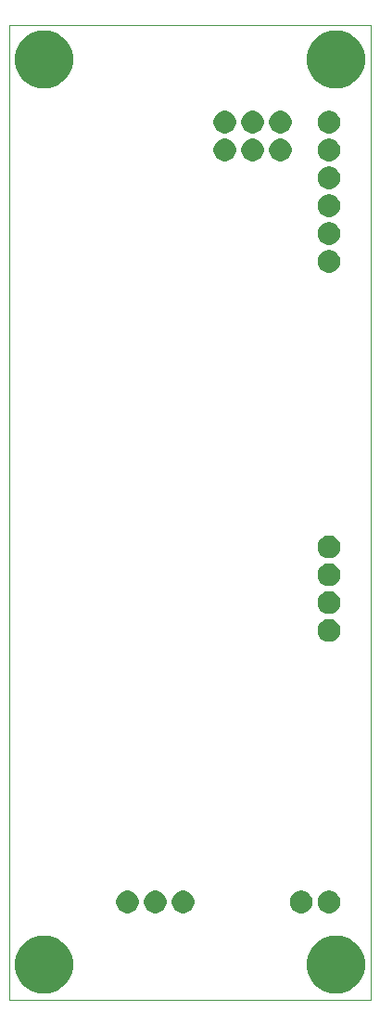
<source format=gbr>
G04 #@! TF.GenerationSoftware,KiCad,Pcbnew,(5.0.2)-1*
G04 #@! TF.CreationDate,2020-06-25T12:03:09-05:00*
G04 #@! TF.ProjectId,ProximityMother_V1,50726f78-696d-4697-9479-4d6f74686572,V1*
G04 #@! TF.SameCoordinates,Original*
G04 #@! TF.FileFunction,Soldermask,Bot*
G04 #@! TF.FilePolarity,Negative*
%FSLAX46Y46*%
G04 Gerber Fmt 4.6, Leading zero omitted, Abs format (unit mm)*
G04 Created by KiCad (PCBNEW (5.0.2)-1) date 6/25/2020 12:03:09 PM*
%MOMM*%
%LPD*%
G01*
G04 APERTURE LIST*
%ADD10C,0.025400*%
%ADD11C,0.100000*%
G04 APERTURE END LIST*
D10*
X83820000Y-160020000D02*
X83820000Y-71120000D01*
X116840000Y-160020000D02*
X83820000Y-160020000D01*
X116840000Y-71120000D02*
X116840000Y-160020000D01*
X83820000Y-71120000D02*
X116840000Y-71120000D01*
D11*
G36*
X114096791Y-154228156D02*
X114438212Y-154296069D01*
X114920623Y-154495890D01*
X115354788Y-154785990D01*
X115724010Y-155155212D01*
X116014110Y-155589377D01*
X116213931Y-156071788D01*
X116315800Y-156583920D01*
X116315800Y-157106080D01*
X116213931Y-157618212D01*
X116014110Y-158100623D01*
X115724010Y-158534788D01*
X115354788Y-158904010D01*
X114920623Y-159194110D01*
X114438212Y-159393931D01*
X114096791Y-159461844D01*
X113926081Y-159495800D01*
X113403919Y-159495800D01*
X113233209Y-159461844D01*
X112891788Y-159393931D01*
X112409377Y-159194110D01*
X111975212Y-158904010D01*
X111605990Y-158534788D01*
X111315890Y-158100623D01*
X111116069Y-157618212D01*
X111014200Y-157106080D01*
X111014200Y-156583920D01*
X111116069Y-156071788D01*
X111315890Y-155589377D01*
X111605990Y-155155212D01*
X111975212Y-154785990D01*
X112409377Y-154495890D01*
X112891788Y-154296069D01*
X113233209Y-154228156D01*
X113403919Y-154194200D01*
X113926081Y-154194200D01*
X114096791Y-154228156D01*
X114096791Y-154228156D01*
G37*
G36*
X87426791Y-154228156D02*
X87768212Y-154296069D01*
X88250623Y-154495890D01*
X88684788Y-154785990D01*
X89054010Y-155155212D01*
X89344110Y-155589377D01*
X89543931Y-156071788D01*
X89645800Y-156583920D01*
X89645800Y-157106080D01*
X89543931Y-157618212D01*
X89344110Y-158100623D01*
X89054010Y-158534788D01*
X88684788Y-158904010D01*
X88250623Y-159194110D01*
X87768212Y-159393931D01*
X87426791Y-159461844D01*
X87256081Y-159495800D01*
X86733919Y-159495800D01*
X86563209Y-159461844D01*
X86221788Y-159393931D01*
X85739377Y-159194110D01*
X85305212Y-158904010D01*
X84935990Y-158534788D01*
X84645890Y-158100623D01*
X84446069Y-157618212D01*
X84344200Y-157106080D01*
X84344200Y-156583920D01*
X84446069Y-156071788D01*
X84645890Y-155589377D01*
X84935990Y-155155212D01*
X85305212Y-154785990D01*
X85739377Y-154495890D01*
X86221788Y-154296069D01*
X86563209Y-154228156D01*
X86733919Y-154194200D01*
X87256081Y-154194200D01*
X87426791Y-154228156D01*
X87426791Y-154228156D01*
G37*
G36*
X97458766Y-150128620D02*
X97648286Y-150207122D01*
X97648288Y-150207123D01*
X97818854Y-150321092D01*
X97963908Y-150466146D01*
X98077877Y-150636712D01*
X98156380Y-150826235D01*
X98196400Y-151027431D01*
X98196400Y-151232569D01*
X98156380Y-151433765D01*
X98077877Y-151623288D01*
X97963908Y-151793854D01*
X97818854Y-151938908D01*
X97648288Y-152052877D01*
X97648287Y-152052878D01*
X97648286Y-152052878D01*
X97458766Y-152131380D01*
X97257569Y-152171400D01*
X97052431Y-152171400D01*
X96851234Y-152131380D01*
X96661714Y-152052878D01*
X96661713Y-152052878D01*
X96661712Y-152052877D01*
X96491146Y-151938908D01*
X96346092Y-151793854D01*
X96232123Y-151623288D01*
X96153620Y-151433765D01*
X96113600Y-151232569D01*
X96113600Y-151027431D01*
X96153620Y-150826235D01*
X96232123Y-150636712D01*
X96346092Y-150466146D01*
X96491146Y-150321092D01*
X96661712Y-150207123D01*
X96661714Y-150207122D01*
X96851234Y-150128620D01*
X97052431Y-150088600D01*
X97257569Y-150088600D01*
X97458766Y-150128620D01*
X97458766Y-150128620D01*
G37*
G36*
X99998766Y-150128620D02*
X100188286Y-150207122D01*
X100188288Y-150207123D01*
X100358854Y-150321092D01*
X100503908Y-150466146D01*
X100617877Y-150636712D01*
X100696380Y-150826235D01*
X100736400Y-151027431D01*
X100736400Y-151232569D01*
X100696380Y-151433765D01*
X100617877Y-151623288D01*
X100503908Y-151793854D01*
X100358854Y-151938908D01*
X100188288Y-152052877D01*
X100188287Y-152052878D01*
X100188286Y-152052878D01*
X99998766Y-152131380D01*
X99797569Y-152171400D01*
X99592431Y-152171400D01*
X99391234Y-152131380D01*
X99201714Y-152052878D01*
X99201713Y-152052878D01*
X99201712Y-152052877D01*
X99031146Y-151938908D01*
X98886092Y-151793854D01*
X98772123Y-151623288D01*
X98693620Y-151433765D01*
X98653600Y-151232569D01*
X98653600Y-151027431D01*
X98693620Y-150826235D01*
X98772123Y-150636712D01*
X98886092Y-150466146D01*
X99031146Y-150321092D01*
X99201712Y-150207123D01*
X99201714Y-150207122D01*
X99391234Y-150128620D01*
X99592431Y-150088600D01*
X99797569Y-150088600D01*
X99998766Y-150128620D01*
X99998766Y-150128620D01*
G37*
G36*
X110793766Y-150128620D02*
X110983286Y-150207122D01*
X110983288Y-150207123D01*
X111153854Y-150321092D01*
X111298908Y-150466146D01*
X111412877Y-150636712D01*
X111491380Y-150826235D01*
X111531400Y-151027431D01*
X111531400Y-151232569D01*
X111491380Y-151433765D01*
X111412877Y-151623288D01*
X111298908Y-151793854D01*
X111153854Y-151938908D01*
X110983288Y-152052877D01*
X110983287Y-152052878D01*
X110983286Y-152052878D01*
X110793766Y-152131380D01*
X110592569Y-152171400D01*
X110387431Y-152171400D01*
X110186234Y-152131380D01*
X109996714Y-152052878D01*
X109996713Y-152052878D01*
X109996712Y-152052877D01*
X109826146Y-151938908D01*
X109681092Y-151793854D01*
X109567123Y-151623288D01*
X109488620Y-151433765D01*
X109448600Y-151232569D01*
X109448600Y-151027431D01*
X109488620Y-150826235D01*
X109567123Y-150636712D01*
X109681092Y-150466146D01*
X109826146Y-150321092D01*
X109996712Y-150207123D01*
X109996714Y-150207122D01*
X110186234Y-150128620D01*
X110387431Y-150088600D01*
X110592569Y-150088600D01*
X110793766Y-150128620D01*
X110793766Y-150128620D01*
G37*
G36*
X113333766Y-150128620D02*
X113523286Y-150207122D01*
X113523288Y-150207123D01*
X113693854Y-150321092D01*
X113838908Y-150466146D01*
X113952877Y-150636712D01*
X114031380Y-150826235D01*
X114071400Y-151027431D01*
X114071400Y-151232569D01*
X114031380Y-151433765D01*
X113952877Y-151623288D01*
X113838908Y-151793854D01*
X113693854Y-151938908D01*
X113523288Y-152052877D01*
X113523287Y-152052878D01*
X113523286Y-152052878D01*
X113333766Y-152131380D01*
X113132569Y-152171400D01*
X112927431Y-152171400D01*
X112726234Y-152131380D01*
X112536714Y-152052878D01*
X112536713Y-152052878D01*
X112536712Y-152052877D01*
X112366146Y-151938908D01*
X112221092Y-151793854D01*
X112107123Y-151623288D01*
X112028620Y-151433765D01*
X111988600Y-151232569D01*
X111988600Y-151027431D01*
X112028620Y-150826235D01*
X112107123Y-150636712D01*
X112221092Y-150466146D01*
X112366146Y-150321092D01*
X112536712Y-150207123D01*
X112536714Y-150207122D01*
X112726234Y-150128620D01*
X112927431Y-150088600D01*
X113132569Y-150088600D01*
X113333766Y-150128620D01*
X113333766Y-150128620D01*
G37*
G36*
X94918766Y-150128620D02*
X95108286Y-150207122D01*
X95108288Y-150207123D01*
X95278854Y-150321092D01*
X95423908Y-150466146D01*
X95537877Y-150636712D01*
X95616380Y-150826235D01*
X95656400Y-151027431D01*
X95656400Y-151232569D01*
X95616380Y-151433765D01*
X95537877Y-151623288D01*
X95423908Y-151793854D01*
X95278854Y-151938908D01*
X95108288Y-152052877D01*
X95108287Y-152052878D01*
X95108286Y-152052878D01*
X94918766Y-152131380D01*
X94717569Y-152171400D01*
X94512431Y-152171400D01*
X94311234Y-152131380D01*
X94121714Y-152052878D01*
X94121713Y-152052878D01*
X94121712Y-152052877D01*
X93951146Y-151938908D01*
X93806092Y-151793854D01*
X93692123Y-151623288D01*
X93613620Y-151433765D01*
X93573600Y-151232569D01*
X93573600Y-151027431D01*
X93613620Y-150826235D01*
X93692123Y-150636712D01*
X93806092Y-150466146D01*
X93951146Y-150321092D01*
X94121712Y-150207123D01*
X94121714Y-150207122D01*
X94311234Y-150128620D01*
X94512431Y-150088600D01*
X94717569Y-150088600D01*
X94918766Y-150128620D01*
X94918766Y-150128620D01*
G37*
G36*
X113333766Y-125363620D02*
X113523286Y-125442122D01*
X113523288Y-125442123D01*
X113693854Y-125556092D01*
X113838908Y-125701146D01*
X113952877Y-125871712D01*
X114031380Y-126061235D01*
X114071400Y-126262431D01*
X114071400Y-126467569D01*
X114031380Y-126668765D01*
X113952877Y-126858288D01*
X113838908Y-127028854D01*
X113693854Y-127173908D01*
X113523288Y-127287877D01*
X113523287Y-127287878D01*
X113523286Y-127287878D01*
X113333766Y-127366380D01*
X113132569Y-127406400D01*
X112927431Y-127406400D01*
X112726234Y-127366380D01*
X112536714Y-127287878D01*
X112536713Y-127287878D01*
X112536712Y-127287877D01*
X112366146Y-127173908D01*
X112221092Y-127028854D01*
X112107123Y-126858288D01*
X112028620Y-126668765D01*
X111988600Y-126467569D01*
X111988600Y-126262431D01*
X112028620Y-126061235D01*
X112107123Y-125871712D01*
X112221092Y-125701146D01*
X112366146Y-125556092D01*
X112536712Y-125442123D01*
X112536714Y-125442122D01*
X112726234Y-125363620D01*
X112927431Y-125323600D01*
X113132569Y-125323600D01*
X113333766Y-125363620D01*
X113333766Y-125363620D01*
G37*
G36*
X113333766Y-122823620D02*
X113523286Y-122902122D01*
X113523288Y-122902123D01*
X113693854Y-123016092D01*
X113838908Y-123161146D01*
X113952877Y-123331712D01*
X114031380Y-123521235D01*
X114071400Y-123722431D01*
X114071400Y-123927569D01*
X114031380Y-124128765D01*
X113952877Y-124318288D01*
X113838908Y-124488854D01*
X113693854Y-124633908D01*
X113523288Y-124747877D01*
X113523287Y-124747878D01*
X113523286Y-124747878D01*
X113333766Y-124826380D01*
X113132569Y-124866400D01*
X112927431Y-124866400D01*
X112726234Y-124826380D01*
X112536714Y-124747878D01*
X112536713Y-124747878D01*
X112536712Y-124747877D01*
X112366146Y-124633908D01*
X112221092Y-124488854D01*
X112107123Y-124318288D01*
X112028620Y-124128765D01*
X111988600Y-123927569D01*
X111988600Y-123722431D01*
X112028620Y-123521235D01*
X112107123Y-123331712D01*
X112221092Y-123161146D01*
X112366146Y-123016092D01*
X112536712Y-122902123D01*
X112536714Y-122902122D01*
X112726234Y-122823620D01*
X112927431Y-122783600D01*
X113132569Y-122783600D01*
X113333766Y-122823620D01*
X113333766Y-122823620D01*
G37*
G36*
X113333766Y-120283620D02*
X113523286Y-120362122D01*
X113523288Y-120362123D01*
X113693854Y-120476092D01*
X113838908Y-120621146D01*
X113952877Y-120791712D01*
X114031380Y-120981235D01*
X114071400Y-121182431D01*
X114071400Y-121387569D01*
X114031380Y-121588765D01*
X113952877Y-121778288D01*
X113838908Y-121948854D01*
X113693854Y-122093908D01*
X113523288Y-122207877D01*
X113523287Y-122207878D01*
X113523286Y-122207878D01*
X113333766Y-122286380D01*
X113132569Y-122326400D01*
X112927431Y-122326400D01*
X112726234Y-122286380D01*
X112536714Y-122207878D01*
X112536713Y-122207878D01*
X112536712Y-122207877D01*
X112366146Y-122093908D01*
X112221092Y-121948854D01*
X112107123Y-121778288D01*
X112028620Y-121588765D01*
X111988600Y-121387569D01*
X111988600Y-121182431D01*
X112028620Y-120981235D01*
X112107123Y-120791712D01*
X112221092Y-120621146D01*
X112366146Y-120476092D01*
X112536712Y-120362123D01*
X112536714Y-120362122D01*
X112726234Y-120283620D01*
X112927431Y-120243600D01*
X113132569Y-120243600D01*
X113333766Y-120283620D01*
X113333766Y-120283620D01*
G37*
G36*
X113333766Y-117743620D02*
X113523286Y-117822122D01*
X113523288Y-117822123D01*
X113693854Y-117936092D01*
X113838908Y-118081146D01*
X113952877Y-118251712D01*
X114031380Y-118441235D01*
X114071400Y-118642431D01*
X114071400Y-118847569D01*
X114031380Y-119048765D01*
X113952877Y-119238288D01*
X113838908Y-119408854D01*
X113693854Y-119553908D01*
X113523288Y-119667877D01*
X113523287Y-119667878D01*
X113523286Y-119667878D01*
X113333766Y-119746380D01*
X113132569Y-119786400D01*
X112927431Y-119786400D01*
X112726234Y-119746380D01*
X112536714Y-119667878D01*
X112536713Y-119667878D01*
X112536712Y-119667877D01*
X112366146Y-119553908D01*
X112221092Y-119408854D01*
X112107123Y-119238288D01*
X112028620Y-119048765D01*
X111988600Y-118847569D01*
X111988600Y-118642431D01*
X112028620Y-118441235D01*
X112107123Y-118251712D01*
X112221092Y-118081146D01*
X112366146Y-117936092D01*
X112536712Y-117822123D01*
X112536714Y-117822122D01*
X112726234Y-117743620D01*
X112927431Y-117703600D01*
X113132569Y-117703600D01*
X113333766Y-117743620D01*
X113333766Y-117743620D01*
G37*
G36*
X113333766Y-91708620D02*
X113523286Y-91787122D01*
X113523288Y-91787123D01*
X113693854Y-91901092D01*
X113838908Y-92046146D01*
X113952877Y-92216712D01*
X114031380Y-92406235D01*
X114071400Y-92607431D01*
X114071400Y-92812569D01*
X114031380Y-93013765D01*
X113952877Y-93203288D01*
X113838908Y-93373854D01*
X113693854Y-93518908D01*
X113523288Y-93632877D01*
X113523287Y-93632878D01*
X113523286Y-93632878D01*
X113333766Y-93711380D01*
X113132569Y-93751400D01*
X112927431Y-93751400D01*
X112726234Y-93711380D01*
X112536714Y-93632878D01*
X112536713Y-93632878D01*
X112536712Y-93632877D01*
X112366146Y-93518908D01*
X112221092Y-93373854D01*
X112107123Y-93203288D01*
X112028620Y-93013765D01*
X111988600Y-92812569D01*
X111988600Y-92607431D01*
X112028620Y-92406235D01*
X112107123Y-92216712D01*
X112221092Y-92046146D01*
X112366146Y-91901092D01*
X112536712Y-91787123D01*
X112536714Y-91787122D01*
X112726234Y-91708620D01*
X112927431Y-91668600D01*
X113132569Y-91668600D01*
X113333766Y-91708620D01*
X113333766Y-91708620D01*
G37*
G36*
X113333766Y-89168620D02*
X113523286Y-89247122D01*
X113523288Y-89247123D01*
X113693854Y-89361092D01*
X113838908Y-89506146D01*
X113952877Y-89676712D01*
X114031380Y-89866235D01*
X114071400Y-90067431D01*
X114071400Y-90272569D01*
X114031380Y-90473765D01*
X113952877Y-90663288D01*
X113838908Y-90833854D01*
X113693854Y-90978908D01*
X113523288Y-91092877D01*
X113523287Y-91092878D01*
X113523286Y-91092878D01*
X113333766Y-91171380D01*
X113132569Y-91211400D01*
X112927431Y-91211400D01*
X112726234Y-91171380D01*
X112536714Y-91092878D01*
X112536713Y-91092878D01*
X112536712Y-91092877D01*
X112366146Y-90978908D01*
X112221092Y-90833854D01*
X112107123Y-90663288D01*
X112028620Y-90473765D01*
X111988600Y-90272569D01*
X111988600Y-90067431D01*
X112028620Y-89866235D01*
X112107123Y-89676712D01*
X112221092Y-89506146D01*
X112366146Y-89361092D01*
X112536712Y-89247123D01*
X112536714Y-89247122D01*
X112726234Y-89168620D01*
X112927431Y-89128600D01*
X113132569Y-89128600D01*
X113333766Y-89168620D01*
X113333766Y-89168620D01*
G37*
G36*
X113333766Y-86628620D02*
X113523286Y-86707122D01*
X113523288Y-86707123D01*
X113693854Y-86821092D01*
X113838908Y-86966146D01*
X113952877Y-87136712D01*
X114031380Y-87326235D01*
X114071400Y-87527431D01*
X114071400Y-87732569D01*
X114031380Y-87933765D01*
X113952877Y-88123288D01*
X113838908Y-88293854D01*
X113693854Y-88438908D01*
X113523288Y-88552877D01*
X113523287Y-88552878D01*
X113523286Y-88552878D01*
X113333766Y-88631380D01*
X113132569Y-88671400D01*
X112927431Y-88671400D01*
X112726234Y-88631380D01*
X112536714Y-88552878D01*
X112536713Y-88552878D01*
X112536712Y-88552877D01*
X112366146Y-88438908D01*
X112221092Y-88293854D01*
X112107123Y-88123288D01*
X112028620Y-87933765D01*
X111988600Y-87732569D01*
X111988600Y-87527431D01*
X112028620Y-87326235D01*
X112107123Y-87136712D01*
X112221092Y-86966146D01*
X112366146Y-86821092D01*
X112536712Y-86707123D01*
X112536714Y-86707122D01*
X112726234Y-86628620D01*
X112927431Y-86588600D01*
X113132569Y-86588600D01*
X113333766Y-86628620D01*
X113333766Y-86628620D01*
G37*
G36*
X113333766Y-84088620D02*
X113523286Y-84167122D01*
X113523288Y-84167123D01*
X113693854Y-84281092D01*
X113838908Y-84426146D01*
X113952877Y-84596712D01*
X114031380Y-84786235D01*
X114071400Y-84987431D01*
X114071400Y-85192569D01*
X114031380Y-85393765D01*
X113952877Y-85583288D01*
X113838908Y-85753854D01*
X113693854Y-85898908D01*
X113523288Y-86012877D01*
X113523287Y-86012878D01*
X113523286Y-86012878D01*
X113333766Y-86091380D01*
X113132569Y-86131400D01*
X112927431Y-86131400D01*
X112726234Y-86091380D01*
X112536714Y-86012878D01*
X112536713Y-86012878D01*
X112536712Y-86012877D01*
X112366146Y-85898908D01*
X112221092Y-85753854D01*
X112107123Y-85583288D01*
X112028620Y-85393765D01*
X111988600Y-85192569D01*
X111988600Y-84987431D01*
X112028620Y-84786235D01*
X112107123Y-84596712D01*
X112221092Y-84426146D01*
X112366146Y-84281092D01*
X112536712Y-84167123D01*
X112536714Y-84167122D01*
X112726234Y-84088620D01*
X112927431Y-84048600D01*
X113132569Y-84048600D01*
X113333766Y-84088620D01*
X113333766Y-84088620D01*
G37*
G36*
X108888766Y-81548620D02*
X109078286Y-81627122D01*
X109078288Y-81627123D01*
X109248854Y-81741092D01*
X109393908Y-81886146D01*
X109507877Y-82056712D01*
X109586380Y-82246235D01*
X109626400Y-82447431D01*
X109626400Y-82652569D01*
X109586380Y-82853765D01*
X109507877Y-83043288D01*
X109393908Y-83213854D01*
X109248854Y-83358908D01*
X109078288Y-83472877D01*
X109078287Y-83472878D01*
X109078286Y-83472878D01*
X108888766Y-83551380D01*
X108687569Y-83591400D01*
X108482431Y-83591400D01*
X108281234Y-83551380D01*
X108091714Y-83472878D01*
X108091713Y-83472878D01*
X108091712Y-83472877D01*
X107921146Y-83358908D01*
X107776092Y-83213854D01*
X107662123Y-83043288D01*
X107583620Y-82853765D01*
X107543600Y-82652569D01*
X107543600Y-82447431D01*
X107583620Y-82246235D01*
X107662123Y-82056712D01*
X107776092Y-81886146D01*
X107921146Y-81741092D01*
X108091712Y-81627123D01*
X108091714Y-81627122D01*
X108281234Y-81548620D01*
X108482431Y-81508600D01*
X108687569Y-81508600D01*
X108888766Y-81548620D01*
X108888766Y-81548620D01*
G37*
G36*
X106348766Y-81548620D02*
X106538286Y-81627122D01*
X106538288Y-81627123D01*
X106708854Y-81741092D01*
X106853908Y-81886146D01*
X106967877Y-82056712D01*
X107046380Y-82246235D01*
X107086400Y-82447431D01*
X107086400Y-82652569D01*
X107046380Y-82853765D01*
X106967877Y-83043288D01*
X106853908Y-83213854D01*
X106708854Y-83358908D01*
X106538288Y-83472877D01*
X106538287Y-83472878D01*
X106538286Y-83472878D01*
X106348766Y-83551380D01*
X106147569Y-83591400D01*
X105942431Y-83591400D01*
X105741234Y-83551380D01*
X105551714Y-83472878D01*
X105551713Y-83472878D01*
X105551712Y-83472877D01*
X105381146Y-83358908D01*
X105236092Y-83213854D01*
X105122123Y-83043288D01*
X105043620Y-82853765D01*
X105003600Y-82652569D01*
X105003600Y-82447431D01*
X105043620Y-82246235D01*
X105122123Y-82056712D01*
X105236092Y-81886146D01*
X105381146Y-81741092D01*
X105551712Y-81627123D01*
X105551714Y-81627122D01*
X105741234Y-81548620D01*
X105942431Y-81508600D01*
X106147569Y-81508600D01*
X106348766Y-81548620D01*
X106348766Y-81548620D01*
G37*
G36*
X113333766Y-81548620D02*
X113523286Y-81627122D01*
X113523288Y-81627123D01*
X113693854Y-81741092D01*
X113838908Y-81886146D01*
X113952877Y-82056712D01*
X114031380Y-82246235D01*
X114071400Y-82447431D01*
X114071400Y-82652569D01*
X114031380Y-82853765D01*
X113952877Y-83043288D01*
X113838908Y-83213854D01*
X113693854Y-83358908D01*
X113523288Y-83472877D01*
X113523287Y-83472878D01*
X113523286Y-83472878D01*
X113333766Y-83551380D01*
X113132569Y-83591400D01*
X112927431Y-83591400D01*
X112726234Y-83551380D01*
X112536714Y-83472878D01*
X112536713Y-83472878D01*
X112536712Y-83472877D01*
X112366146Y-83358908D01*
X112221092Y-83213854D01*
X112107123Y-83043288D01*
X112028620Y-82853765D01*
X111988600Y-82652569D01*
X111988600Y-82447431D01*
X112028620Y-82246235D01*
X112107123Y-82056712D01*
X112221092Y-81886146D01*
X112366146Y-81741092D01*
X112536712Y-81627123D01*
X112536714Y-81627122D01*
X112726234Y-81548620D01*
X112927431Y-81508600D01*
X113132569Y-81508600D01*
X113333766Y-81548620D01*
X113333766Y-81548620D01*
G37*
G36*
X103808766Y-81548620D02*
X103998286Y-81627122D01*
X103998288Y-81627123D01*
X104168854Y-81741092D01*
X104313908Y-81886146D01*
X104427877Y-82056712D01*
X104506380Y-82246235D01*
X104546400Y-82447431D01*
X104546400Y-82652569D01*
X104506380Y-82853765D01*
X104427877Y-83043288D01*
X104313908Y-83213854D01*
X104168854Y-83358908D01*
X103998288Y-83472877D01*
X103998287Y-83472878D01*
X103998286Y-83472878D01*
X103808766Y-83551380D01*
X103607569Y-83591400D01*
X103402431Y-83591400D01*
X103201234Y-83551380D01*
X103011714Y-83472878D01*
X103011713Y-83472878D01*
X103011712Y-83472877D01*
X102841146Y-83358908D01*
X102696092Y-83213854D01*
X102582123Y-83043288D01*
X102503620Y-82853765D01*
X102463600Y-82652569D01*
X102463600Y-82447431D01*
X102503620Y-82246235D01*
X102582123Y-82056712D01*
X102696092Y-81886146D01*
X102841146Y-81741092D01*
X103011712Y-81627123D01*
X103011714Y-81627122D01*
X103201234Y-81548620D01*
X103402431Y-81508600D01*
X103607569Y-81508600D01*
X103808766Y-81548620D01*
X103808766Y-81548620D01*
G37*
G36*
X108888766Y-79008620D02*
X109078286Y-79087122D01*
X109078288Y-79087123D01*
X109248854Y-79201092D01*
X109393908Y-79346146D01*
X109507877Y-79516712D01*
X109586380Y-79706235D01*
X109626400Y-79907431D01*
X109626400Y-80112569D01*
X109586380Y-80313765D01*
X109507877Y-80503288D01*
X109393908Y-80673854D01*
X109248854Y-80818908D01*
X109078288Y-80932877D01*
X109078287Y-80932878D01*
X109078286Y-80932878D01*
X108888766Y-81011380D01*
X108687569Y-81051400D01*
X108482431Y-81051400D01*
X108281234Y-81011380D01*
X108091714Y-80932878D01*
X108091713Y-80932878D01*
X108091712Y-80932877D01*
X107921146Y-80818908D01*
X107776092Y-80673854D01*
X107662123Y-80503288D01*
X107583620Y-80313765D01*
X107543600Y-80112569D01*
X107543600Y-79907431D01*
X107583620Y-79706235D01*
X107662123Y-79516712D01*
X107776092Y-79346146D01*
X107921146Y-79201092D01*
X108091712Y-79087123D01*
X108091714Y-79087122D01*
X108281234Y-79008620D01*
X108482431Y-78968600D01*
X108687569Y-78968600D01*
X108888766Y-79008620D01*
X108888766Y-79008620D01*
G37*
G36*
X113333766Y-79008620D02*
X113523286Y-79087122D01*
X113523288Y-79087123D01*
X113693854Y-79201092D01*
X113838908Y-79346146D01*
X113952877Y-79516712D01*
X114031380Y-79706235D01*
X114071400Y-79907431D01*
X114071400Y-80112569D01*
X114031380Y-80313765D01*
X113952877Y-80503288D01*
X113838908Y-80673854D01*
X113693854Y-80818908D01*
X113523288Y-80932877D01*
X113523287Y-80932878D01*
X113523286Y-80932878D01*
X113333766Y-81011380D01*
X113132569Y-81051400D01*
X112927431Y-81051400D01*
X112726234Y-81011380D01*
X112536714Y-80932878D01*
X112536713Y-80932878D01*
X112536712Y-80932877D01*
X112366146Y-80818908D01*
X112221092Y-80673854D01*
X112107123Y-80503288D01*
X112028620Y-80313765D01*
X111988600Y-80112569D01*
X111988600Y-79907431D01*
X112028620Y-79706235D01*
X112107123Y-79516712D01*
X112221092Y-79346146D01*
X112366146Y-79201092D01*
X112536712Y-79087123D01*
X112536714Y-79087122D01*
X112726234Y-79008620D01*
X112927431Y-78968600D01*
X113132569Y-78968600D01*
X113333766Y-79008620D01*
X113333766Y-79008620D01*
G37*
G36*
X106348766Y-79008620D02*
X106538286Y-79087122D01*
X106538288Y-79087123D01*
X106708854Y-79201092D01*
X106853908Y-79346146D01*
X106967877Y-79516712D01*
X107046380Y-79706235D01*
X107086400Y-79907431D01*
X107086400Y-80112569D01*
X107046380Y-80313765D01*
X106967877Y-80503288D01*
X106853908Y-80673854D01*
X106708854Y-80818908D01*
X106538288Y-80932877D01*
X106538287Y-80932878D01*
X106538286Y-80932878D01*
X106348766Y-81011380D01*
X106147569Y-81051400D01*
X105942431Y-81051400D01*
X105741234Y-81011380D01*
X105551714Y-80932878D01*
X105551713Y-80932878D01*
X105551712Y-80932877D01*
X105381146Y-80818908D01*
X105236092Y-80673854D01*
X105122123Y-80503288D01*
X105043620Y-80313765D01*
X105003600Y-80112569D01*
X105003600Y-79907431D01*
X105043620Y-79706235D01*
X105122123Y-79516712D01*
X105236092Y-79346146D01*
X105381146Y-79201092D01*
X105551712Y-79087123D01*
X105551714Y-79087122D01*
X105741234Y-79008620D01*
X105942431Y-78968600D01*
X106147569Y-78968600D01*
X106348766Y-79008620D01*
X106348766Y-79008620D01*
G37*
G36*
X103808766Y-79008620D02*
X103998286Y-79087122D01*
X103998288Y-79087123D01*
X104168854Y-79201092D01*
X104313908Y-79346146D01*
X104427877Y-79516712D01*
X104506380Y-79706235D01*
X104546400Y-79907431D01*
X104546400Y-80112569D01*
X104506380Y-80313765D01*
X104427877Y-80503288D01*
X104313908Y-80673854D01*
X104168854Y-80818908D01*
X103998288Y-80932877D01*
X103998287Y-80932878D01*
X103998286Y-80932878D01*
X103808766Y-81011380D01*
X103607569Y-81051400D01*
X103402431Y-81051400D01*
X103201234Y-81011380D01*
X103011714Y-80932878D01*
X103011713Y-80932878D01*
X103011712Y-80932877D01*
X102841146Y-80818908D01*
X102696092Y-80673854D01*
X102582123Y-80503288D01*
X102503620Y-80313765D01*
X102463600Y-80112569D01*
X102463600Y-79907431D01*
X102503620Y-79706235D01*
X102582123Y-79516712D01*
X102696092Y-79346146D01*
X102841146Y-79201092D01*
X103011712Y-79087123D01*
X103011714Y-79087122D01*
X103201234Y-79008620D01*
X103402431Y-78968600D01*
X103607569Y-78968600D01*
X103808766Y-79008620D01*
X103808766Y-79008620D01*
G37*
G36*
X87426791Y-71678156D02*
X87768212Y-71746069D01*
X88250623Y-71945890D01*
X88684788Y-72235990D01*
X89054010Y-72605212D01*
X89344110Y-73039377D01*
X89543931Y-73521788D01*
X89645800Y-74033920D01*
X89645800Y-74556080D01*
X89543931Y-75068212D01*
X89344110Y-75550623D01*
X89054010Y-75984788D01*
X88684788Y-76354010D01*
X88250623Y-76644110D01*
X87768212Y-76843931D01*
X87426791Y-76911844D01*
X87256081Y-76945800D01*
X86733919Y-76945800D01*
X86563209Y-76911844D01*
X86221788Y-76843931D01*
X85739377Y-76644110D01*
X85305212Y-76354010D01*
X84935990Y-75984788D01*
X84645890Y-75550623D01*
X84446069Y-75068212D01*
X84344200Y-74556080D01*
X84344200Y-74033920D01*
X84446069Y-73521788D01*
X84645890Y-73039377D01*
X84935990Y-72605212D01*
X85305212Y-72235990D01*
X85739377Y-71945890D01*
X86221788Y-71746069D01*
X86563209Y-71678156D01*
X86733919Y-71644200D01*
X87256081Y-71644200D01*
X87426791Y-71678156D01*
X87426791Y-71678156D01*
G37*
G36*
X114096791Y-71678156D02*
X114438212Y-71746069D01*
X114920623Y-71945890D01*
X115354788Y-72235990D01*
X115724010Y-72605212D01*
X116014110Y-73039377D01*
X116213931Y-73521788D01*
X116315800Y-74033920D01*
X116315800Y-74556080D01*
X116213931Y-75068212D01*
X116014110Y-75550623D01*
X115724010Y-75984788D01*
X115354788Y-76354010D01*
X114920623Y-76644110D01*
X114438212Y-76843931D01*
X114096791Y-76911844D01*
X113926081Y-76945800D01*
X113403919Y-76945800D01*
X113233209Y-76911844D01*
X112891788Y-76843931D01*
X112409377Y-76644110D01*
X111975212Y-76354010D01*
X111605990Y-75984788D01*
X111315890Y-75550623D01*
X111116069Y-75068212D01*
X111014200Y-74556080D01*
X111014200Y-74033920D01*
X111116069Y-73521788D01*
X111315890Y-73039377D01*
X111605990Y-72605212D01*
X111975212Y-72235990D01*
X112409377Y-71945890D01*
X112891788Y-71746069D01*
X113233209Y-71678156D01*
X113403919Y-71644200D01*
X113926081Y-71644200D01*
X114096791Y-71678156D01*
X114096791Y-71678156D01*
G37*
M02*

</source>
